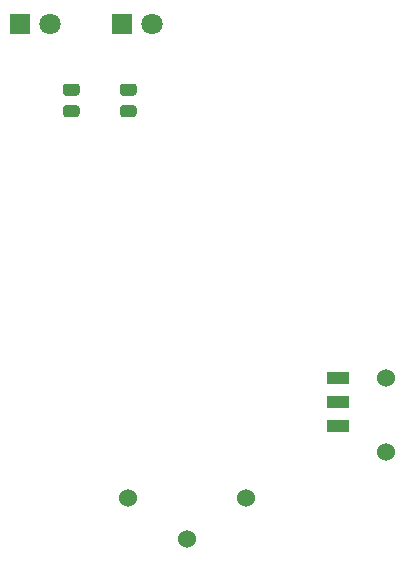
<source format=gbr>
%TF.GenerationSoftware,KiCad,Pcbnew,(5.1.9-0-10_14)*%
%TF.CreationDate,2021-10-18T10:10:58-07:00*%
%TF.ProjectId,cat_pcb_2,6361745f-7063-4625-9f32-2e6b69636164,rev?*%
%TF.SameCoordinates,Original*%
%TF.FileFunction,Soldermask,Bot*%
%TF.FilePolarity,Negative*%
%FSLAX46Y46*%
G04 Gerber Fmt 4.6, Leading zero omitted, Abs format (unit mm)*
G04 Created by KiCad (PCBNEW (5.1.9-0-10_14)) date 2021-10-18 10:10:58*
%MOMM*%
%LPD*%
G01*
G04 APERTURE LIST*
%ADD10C,1.524000*%
%ADD11R,1.900000X1.000000*%
%ADD12C,1.800000*%
%ADD13R,1.800000X1.800000*%
G04 APERTURE END LIST*
D10*
%TO.C,BAT1*%
X154018000Y-109728000D03*
X149018000Y-113198001D03*
X144018000Y-109728000D03*
%TD*%
%TO.C,SW1*%
X165862000Y-99632000D03*
X165862000Y-105882000D03*
D11*
X161812000Y-99632000D03*
X161798000Y-101632000D03*
X161798000Y-103632000D03*
%TD*%
%TO.C,R2*%
G36*
G01*
X144468001Y-75696500D02*
X143567999Y-75696500D01*
G75*
G02*
X143318000Y-75446501I0J249999D01*
G01*
X143318000Y-74921499D01*
G75*
G02*
X143567999Y-74671500I249999J0D01*
G01*
X144468001Y-74671500D01*
G75*
G02*
X144718000Y-74921499I0J-249999D01*
G01*
X144718000Y-75446501D01*
G75*
G02*
X144468001Y-75696500I-249999J0D01*
G01*
G37*
G36*
G01*
X144468001Y-77521500D02*
X143567999Y-77521500D01*
G75*
G02*
X143318000Y-77271501I0J249999D01*
G01*
X143318000Y-76746499D01*
G75*
G02*
X143567999Y-76496500I249999J0D01*
G01*
X144468001Y-76496500D01*
G75*
G02*
X144718000Y-76746499I0J-249999D01*
G01*
X144718000Y-77271501D01*
G75*
G02*
X144468001Y-77521500I-249999J0D01*
G01*
G37*
%TD*%
%TO.C,R1*%
G36*
G01*
X139642001Y-75696500D02*
X138741999Y-75696500D01*
G75*
G02*
X138492000Y-75446501I0J249999D01*
G01*
X138492000Y-74921499D01*
G75*
G02*
X138741999Y-74671500I249999J0D01*
G01*
X139642001Y-74671500D01*
G75*
G02*
X139892000Y-74921499I0J-249999D01*
G01*
X139892000Y-75446501D01*
G75*
G02*
X139642001Y-75696500I-249999J0D01*
G01*
G37*
G36*
G01*
X139642001Y-77521500D02*
X138741999Y-77521500D01*
G75*
G02*
X138492000Y-77271501I0J249999D01*
G01*
X138492000Y-76746499D01*
G75*
G02*
X138741999Y-76496500I249999J0D01*
G01*
X139642001Y-76496500D01*
G75*
G02*
X139892000Y-76746499I0J-249999D01*
G01*
X139892000Y-77271501D01*
G75*
G02*
X139642001Y-77521500I-249999J0D01*
G01*
G37*
%TD*%
D12*
%TO.C,D2*%
X146050000Y-69596000D03*
D13*
X143510000Y-69596000D03*
%TD*%
D12*
%TO.C,D1*%
X137414000Y-69596000D03*
D13*
X134874000Y-69596000D03*
%TD*%
M02*

</source>
